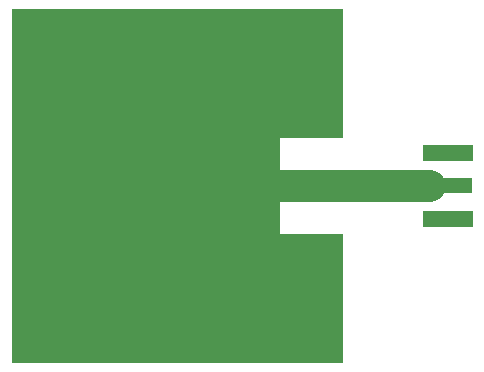
<source format=gtl>
G04 Filename: OshPark_2_45GHz_Patch.gtl*
G04 FileFunction: Copper,L1,Top,Signal*
G04 Part: Single*
G04 ProjectId: OshPark_2_45GHz_Patch,C6A1E24C7C640A67905CB22106AB81A2,1*
G04 GenerationSoftware: MathWorks,MATLAB,9.8.0.1417392 (R2020a) Update 4*
G04 CreationDate: 2021-07-15T12:16:04-0700*
G04 FilePolarity: Positive*
%FSLAX16Y16*%
%MOIN*%
%ADD10C,0.1057086614*%  G04 Connect signal to connector*
G04 Antenna metal layer 1*
%LPD*%
G01*
G36*
X-0553150Y-0590551D02*
Y0590551D01*
X0553150D01*
Y0158563D01*
X0341732D01*
Y0052854D01*
X0984252D01*
Y-0052854D01*
X0341732D01*
Y-0158563D01*
X0553150D01*
Y-0590551D01*
G37*
G04 Add SMAEdge connector*
G04  - Remove copper from signal plane*
%LPC*%
G36*
X0809055Y-0147638D02*
X0984252D01*
Y0147638D01*
X0809055D01*
Y-0147638D01*
D02*
G37*
G04  - Add pads*
%LPD*%
G36*
X0818898Y-0137795D02*
X0984252D01*
Y-0084646D01*
X0818898D01*
Y-0137795D01*
D02*
G37*
G36*
Y0084646D02*
X0984252D01*
Y0137795D01*
X0818898D01*
Y0084646D01*
D02*
G37*
G36*
X0838583Y-0025000D02*
X0980315D01*
Y0025000D01*
X0838583D01*
Y-0025000D01*
D02*
G37*
G04  - Add traces*
D10*
X0809055Y0000000D02*
X0842520D01*
G04 MD5: 64d9d970b5e4c680e569e044c2fbf3a6*
M02*

</source>
